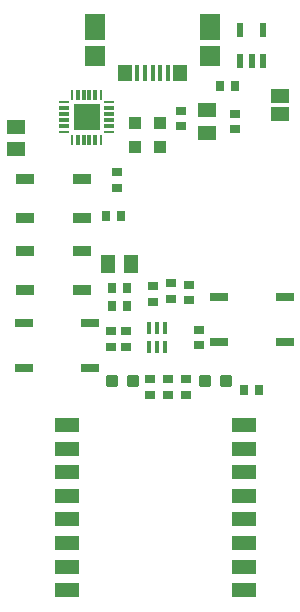
<source format=gtp>
G75*
%MOIN*%
%OFA0B0*%
%FSLAX25Y25*%
%IPPOS*%
%LPD*%
%AMOC8*
5,1,8,0,0,1.08239X$1,22.5*
%
%ADD10R,0.05906X0.05118*%
%ADD11R,0.05118X0.05906*%
%ADD12C,0.01181*%
%ADD13R,0.01575X0.05709*%
%ADD14R,0.06693X0.08661*%
%ADD15R,0.06693X0.07087*%
%ADD16R,0.04724X0.05709*%
%ADD17R,0.05906X0.03543*%
%ADD18R,0.03937X0.03937*%
%ADD19R,0.06000X0.03000*%
%ADD20R,0.06300X0.04600*%
%ADD21R,0.02165X0.04724*%
%ADD22R,0.01181X0.03898*%
%ADD23R,0.07874X0.04724*%
%ADD24R,0.03200X0.01100*%
%ADD25R,0.03200X0.01200*%
%ADD26R,0.01100X0.03200*%
%ADD27R,0.01200X0.03200*%
%ADD28R,0.09000X0.09000*%
%ADD29R,0.03543X0.02756*%
%ADD30R,0.02756X0.03543*%
D10*
X0008300Y0184260D03*
X0008300Y0191740D03*
X0071800Y0189760D03*
X0071800Y0197240D03*
D11*
X0046540Y0146000D03*
X0039060Y0146000D03*
D12*
X0041725Y0108378D02*
X0041725Y0105622D01*
X0038969Y0105622D01*
X0038969Y0108378D01*
X0041725Y0108378D01*
X0041725Y0106802D02*
X0038969Y0106802D01*
X0038969Y0107982D02*
X0041725Y0107982D01*
X0048631Y0108378D02*
X0048631Y0105622D01*
X0045875Y0105622D01*
X0045875Y0108378D01*
X0048631Y0108378D01*
X0048631Y0106802D02*
X0045875Y0106802D01*
X0045875Y0107982D02*
X0048631Y0107982D01*
X0072725Y0108378D02*
X0072725Y0105622D01*
X0069969Y0105622D01*
X0069969Y0108378D01*
X0072725Y0108378D01*
X0072725Y0106802D02*
X0069969Y0106802D01*
X0069969Y0107982D02*
X0072725Y0107982D01*
X0079631Y0108378D02*
X0079631Y0105622D01*
X0076875Y0105622D01*
X0076875Y0108378D01*
X0079631Y0108378D01*
X0079631Y0106802D02*
X0076875Y0106802D01*
X0076875Y0107982D02*
X0079631Y0107982D01*
D13*
X0058918Y0209744D03*
X0056359Y0209744D03*
X0053800Y0209744D03*
X0051241Y0209744D03*
X0048682Y0209744D03*
D14*
X0034509Y0225000D03*
X0073091Y0225000D03*
D15*
X0073091Y0215551D03*
X0034509Y0215551D03*
D16*
X0044548Y0209744D03*
X0063052Y0209744D03*
D17*
X0030446Y0174496D03*
X0030446Y0161504D03*
X0030446Y0150496D03*
X0030446Y0137504D03*
X0011154Y0137504D03*
X0011154Y0150496D03*
X0011154Y0161504D03*
X0011154Y0174496D03*
D18*
X0047800Y0185063D03*
X0047800Y0192937D03*
X0056300Y0192937D03*
X0056300Y0185063D03*
D19*
X0075800Y0135000D03*
X0075800Y0120000D03*
X0097800Y0120000D03*
X0097800Y0135000D03*
X0032800Y0126500D03*
X0032800Y0111500D03*
X0010800Y0111500D03*
X0010800Y0126500D03*
D20*
X0096300Y0196000D03*
X0096300Y0202000D03*
D21*
X0090540Y0213882D03*
X0086800Y0213882D03*
X0083060Y0213882D03*
X0083060Y0224118D03*
X0090540Y0224118D03*
D22*
X0057859Y0124689D03*
X0055300Y0124689D03*
X0052741Y0124689D03*
X0052741Y0118350D03*
X0055300Y0118350D03*
X0057859Y0118350D03*
D23*
X0025272Y0037283D03*
X0025272Y0045157D03*
X0025272Y0053031D03*
X0025272Y0060906D03*
X0025272Y0068780D03*
X0025272Y0076654D03*
X0025272Y0084528D03*
X0025272Y0092402D03*
X0084328Y0092402D03*
X0084328Y0084528D03*
X0084328Y0076654D03*
X0084328Y0068780D03*
X0084328Y0060906D03*
X0084328Y0053031D03*
X0084328Y0045157D03*
X0084328Y0037283D03*
D24*
X0039250Y0190079D03*
X0039250Y0199921D03*
X0024350Y0199921D03*
X0024350Y0190079D03*
D25*
X0024350Y0192047D03*
X0024350Y0194016D03*
X0024350Y0195984D03*
X0024350Y0197953D03*
X0039250Y0197953D03*
X0039250Y0195984D03*
X0039250Y0194016D03*
X0039250Y0192047D03*
D26*
X0036721Y0187550D03*
X0036721Y0202450D03*
X0026879Y0202450D03*
X0026879Y0187550D03*
D27*
X0028847Y0187550D03*
X0030816Y0187550D03*
X0032784Y0187550D03*
X0034753Y0187550D03*
X0034753Y0202450D03*
X0032784Y0202450D03*
X0030816Y0202450D03*
X0028847Y0202450D03*
D28*
X0031800Y0195000D03*
D29*
X0041800Y0176559D03*
X0041800Y0171441D03*
X0053800Y0138559D03*
X0053800Y0133441D03*
X0059800Y0134441D03*
X0059800Y0139559D03*
X0065800Y0139059D03*
X0065800Y0133941D03*
X0069300Y0124059D03*
X0069300Y0118941D03*
X0064800Y0107559D03*
X0064800Y0102441D03*
X0058800Y0102441D03*
X0058800Y0107559D03*
X0052800Y0107559D03*
X0052800Y0102441D03*
X0044800Y0118441D03*
X0044800Y0123559D03*
X0039800Y0123559D03*
X0039800Y0118441D03*
X0063300Y0191941D03*
X0063300Y0197059D03*
X0081300Y0196059D03*
X0081300Y0190941D03*
D30*
X0081359Y0205500D03*
X0076241Y0205500D03*
X0045359Y0138000D03*
X0045359Y0132000D03*
X0040241Y0132000D03*
X0040241Y0138000D03*
X0038241Y0162000D03*
X0043359Y0162000D03*
X0084241Y0104000D03*
X0089359Y0104000D03*
M02*

</source>
